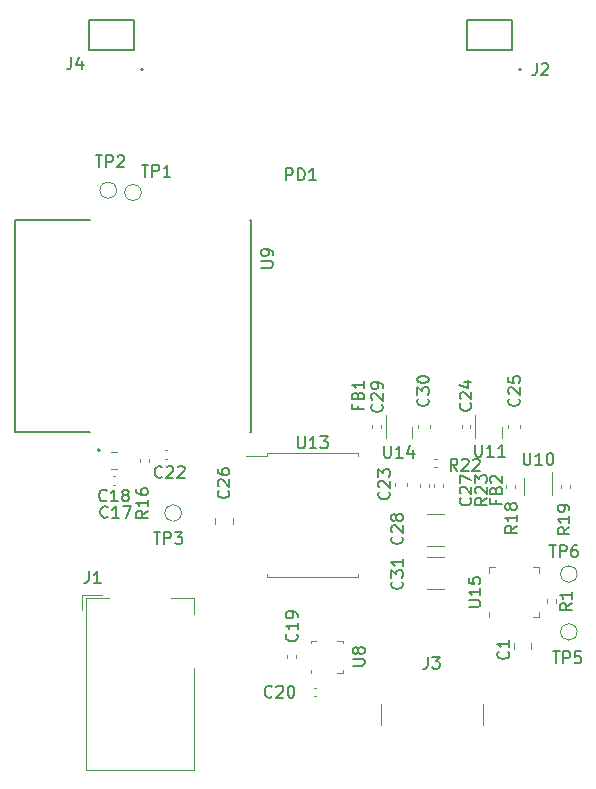
<source format=gbr>
%TF.GenerationSoftware,KiCad,Pcbnew,7.0.10*%
%TF.CreationDate,2024-03-09T04:50:20+08:00*%
%TF.ProjectId,ESP32Sensor-Sensor_board,45535033-3253-4656-9e73-6f722d53656e,rev?*%
%TF.SameCoordinates,Original*%
%TF.FileFunction,Legend,Top*%
%TF.FilePolarity,Positive*%
%FSLAX46Y46*%
G04 Gerber Fmt 4.6, Leading zero omitted, Abs format (unit mm)*
G04 Created by KiCad (PCBNEW 7.0.10) date 2024-03-09 04:50:20*
%MOMM*%
%LPD*%
G01*
G04 APERTURE LIST*
%ADD10C,0.150000*%
%ADD11C,0.120000*%
%ADD12C,0.200000*%
%ADD13C,0.127000*%
G04 APERTURE END LIST*
D10*
X155831009Y-104233333D02*
X155831009Y-104566666D01*
X156354819Y-104566666D02*
X155354819Y-104566666D01*
X155354819Y-104566666D02*
X155354819Y-104090476D01*
X155831009Y-103376190D02*
X155878628Y-103233333D01*
X155878628Y-103233333D02*
X155926247Y-103185714D01*
X155926247Y-103185714D02*
X156021485Y-103138095D01*
X156021485Y-103138095D02*
X156164342Y-103138095D01*
X156164342Y-103138095D02*
X156259580Y-103185714D01*
X156259580Y-103185714D02*
X156307200Y-103233333D01*
X156307200Y-103233333D02*
X156354819Y-103328571D01*
X156354819Y-103328571D02*
X156354819Y-103709523D01*
X156354819Y-103709523D02*
X155354819Y-103709523D01*
X155354819Y-103709523D02*
X155354819Y-103376190D01*
X155354819Y-103376190D02*
X155402438Y-103280952D01*
X155402438Y-103280952D02*
X155450057Y-103233333D01*
X155450057Y-103233333D02*
X155545295Y-103185714D01*
X155545295Y-103185714D02*
X155640533Y-103185714D01*
X155640533Y-103185714D02*
X155735771Y-103233333D01*
X155735771Y-103233333D02*
X155783390Y-103280952D01*
X155783390Y-103280952D02*
X155831009Y-103376190D01*
X155831009Y-103376190D02*
X155831009Y-103709523D01*
X156354819Y-102185714D02*
X156354819Y-102757142D01*
X156354819Y-102471428D02*
X155354819Y-102471428D01*
X155354819Y-102471428D02*
X155497676Y-102566666D01*
X155497676Y-102566666D02*
X155592914Y-102661904D01*
X155592914Y-102661904D02*
X155640533Y-102757142D01*
X134557142Y-112259580D02*
X134509523Y-112307200D01*
X134509523Y-112307200D02*
X134366666Y-112354819D01*
X134366666Y-112354819D02*
X134271428Y-112354819D01*
X134271428Y-112354819D02*
X134128571Y-112307200D01*
X134128571Y-112307200D02*
X134033333Y-112211961D01*
X134033333Y-112211961D02*
X133985714Y-112116723D01*
X133985714Y-112116723D02*
X133938095Y-111926247D01*
X133938095Y-111926247D02*
X133938095Y-111783390D01*
X133938095Y-111783390D02*
X133985714Y-111592914D01*
X133985714Y-111592914D02*
X134033333Y-111497676D01*
X134033333Y-111497676D02*
X134128571Y-111402438D01*
X134128571Y-111402438D02*
X134271428Y-111354819D01*
X134271428Y-111354819D02*
X134366666Y-111354819D01*
X134366666Y-111354819D02*
X134509523Y-111402438D01*
X134509523Y-111402438D02*
X134557142Y-111450057D01*
X135509523Y-112354819D02*
X134938095Y-112354819D01*
X135223809Y-112354819D02*
X135223809Y-111354819D01*
X135223809Y-111354819D02*
X135128571Y-111497676D01*
X135128571Y-111497676D02*
X135033333Y-111592914D01*
X135033333Y-111592914D02*
X134938095Y-111640533D01*
X136080952Y-111783390D02*
X135985714Y-111735771D01*
X135985714Y-111735771D02*
X135938095Y-111688152D01*
X135938095Y-111688152D02*
X135890476Y-111592914D01*
X135890476Y-111592914D02*
X135890476Y-111545295D01*
X135890476Y-111545295D02*
X135938095Y-111450057D01*
X135938095Y-111450057D02*
X135985714Y-111402438D01*
X135985714Y-111402438D02*
X136080952Y-111354819D01*
X136080952Y-111354819D02*
X136271428Y-111354819D01*
X136271428Y-111354819D02*
X136366666Y-111402438D01*
X136366666Y-111402438D02*
X136414285Y-111450057D01*
X136414285Y-111450057D02*
X136461904Y-111545295D01*
X136461904Y-111545295D02*
X136461904Y-111592914D01*
X136461904Y-111592914D02*
X136414285Y-111688152D01*
X136414285Y-111688152D02*
X136366666Y-111735771D01*
X136366666Y-111735771D02*
X136271428Y-111783390D01*
X136271428Y-111783390D02*
X136080952Y-111783390D01*
X136080952Y-111783390D02*
X135985714Y-111831009D01*
X135985714Y-111831009D02*
X135938095Y-111878628D01*
X135938095Y-111878628D02*
X135890476Y-111973866D01*
X135890476Y-111973866D02*
X135890476Y-112164342D01*
X135890476Y-112164342D02*
X135938095Y-112259580D01*
X135938095Y-112259580D02*
X135985714Y-112307200D01*
X135985714Y-112307200D02*
X136080952Y-112354819D01*
X136080952Y-112354819D02*
X136271428Y-112354819D01*
X136271428Y-112354819D02*
X136366666Y-112307200D01*
X136366666Y-112307200D02*
X136414285Y-112259580D01*
X136414285Y-112259580D02*
X136461904Y-112164342D01*
X136461904Y-112164342D02*
X136461904Y-111973866D01*
X136461904Y-111973866D02*
X136414285Y-111878628D01*
X136414285Y-111878628D02*
X136366666Y-111831009D01*
X136366666Y-111831009D02*
X136271428Y-111783390D01*
X172338095Y-125054819D02*
X172909523Y-125054819D01*
X172623809Y-126054819D02*
X172623809Y-125054819D01*
X173242857Y-126054819D02*
X173242857Y-125054819D01*
X173242857Y-125054819D02*
X173623809Y-125054819D01*
X173623809Y-125054819D02*
X173719047Y-125102438D01*
X173719047Y-125102438D02*
X173766666Y-125150057D01*
X173766666Y-125150057D02*
X173814285Y-125245295D01*
X173814285Y-125245295D02*
X173814285Y-125388152D01*
X173814285Y-125388152D02*
X173766666Y-125483390D01*
X173766666Y-125483390D02*
X173719047Y-125531009D01*
X173719047Y-125531009D02*
X173623809Y-125578628D01*
X173623809Y-125578628D02*
X173242857Y-125578628D01*
X174719047Y-125054819D02*
X174242857Y-125054819D01*
X174242857Y-125054819D02*
X174195238Y-125531009D01*
X174195238Y-125531009D02*
X174242857Y-125483390D01*
X174242857Y-125483390D02*
X174338095Y-125435771D01*
X174338095Y-125435771D02*
X174576190Y-125435771D01*
X174576190Y-125435771D02*
X174671428Y-125483390D01*
X174671428Y-125483390D02*
X174719047Y-125531009D01*
X174719047Y-125531009D02*
X174766666Y-125626247D01*
X174766666Y-125626247D02*
X174766666Y-125864342D01*
X174766666Y-125864342D02*
X174719047Y-125959580D01*
X174719047Y-125959580D02*
X174671428Y-126007200D01*
X174671428Y-126007200D02*
X174576190Y-126054819D01*
X174576190Y-126054819D02*
X174338095Y-126054819D01*
X174338095Y-126054819D02*
X174242857Y-126007200D01*
X174242857Y-126007200D02*
X174195238Y-125959580D01*
X168559580Y-125066666D02*
X168607200Y-125114285D01*
X168607200Y-125114285D02*
X168654819Y-125257142D01*
X168654819Y-125257142D02*
X168654819Y-125352380D01*
X168654819Y-125352380D02*
X168607200Y-125495237D01*
X168607200Y-125495237D02*
X168511961Y-125590475D01*
X168511961Y-125590475D02*
X168416723Y-125638094D01*
X168416723Y-125638094D02*
X168226247Y-125685713D01*
X168226247Y-125685713D02*
X168083390Y-125685713D01*
X168083390Y-125685713D02*
X167892914Y-125638094D01*
X167892914Y-125638094D02*
X167797676Y-125590475D01*
X167797676Y-125590475D02*
X167702438Y-125495237D01*
X167702438Y-125495237D02*
X167654819Y-125352380D01*
X167654819Y-125352380D02*
X167654819Y-125257142D01*
X167654819Y-125257142D02*
X167702438Y-125114285D01*
X167702438Y-125114285D02*
X167750057Y-125066666D01*
X168654819Y-124114285D02*
X168654819Y-124685713D01*
X168654819Y-124399999D02*
X167654819Y-124399999D01*
X167654819Y-124399999D02*
X167797676Y-124495237D01*
X167797676Y-124495237D02*
X167892914Y-124590475D01*
X167892914Y-124590475D02*
X167940533Y-124685713D01*
X173954819Y-120966666D02*
X173478628Y-121299999D01*
X173954819Y-121538094D02*
X172954819Y-121538094D01*
X172954819Y-121538094D02*
X172954819Y-121157142D01*
X172954819Y-121157142D02*
X173002438Y-121061904D01*
X173002438Y-121061904D02*
X173050057Y-121014285D01*
X173050057Y-121014285D02*
X173145295Y-120966666D01*
X173145295Y-120966666D02*
X173288152Y-120966666D01*
X173288152Y-120966666D02*
X173383390Y-121014285D01*
X173383390Y-121014285D02*
X173431009Y-121061904D01*
X173431009Y-121061904D02*
X173478628Y-121157142D01*
X173478628Y-121157142D02*
X173478628Y-121538094D01*
X173954819Y-120014285D02*
X173954819Y-120585713D01*
X173954819Y-120299999D02*
X172954819Y-120299999D01*
X172954819Y-120299999D02*
X173097676Y-120395237D01*
X173097676Y-120395237D02*
X173192914Y-120490475D01*
X173192914Y-120490475D02*
X173240533Y-120585713D01*
X169861905Y-108254819D02*
X169861905Y-109064342D01*
X169861905Y-109064342D02*
X169909524Y-109159580D01*
X169909524Y-109159580D02*
X169957143Y-109207200D01*
X169957143Y-109207200D02*
X170052381Y-109254819D01*
X170052381Y-109254819D02*
X170242857Y-109254819D01*
X170242857Y-109254819D02*
X170338095Y-109207200D01*
X170338095Y-109207200D02*
X170385714Y-109159580D01*
X170385714Y-109159580D02*
X170433333Y-109064342D01*
X170433333Y-109064342D02*
X170433333Y-108254819D01*
X171433333Y-109254819D02*
X170861905Y-109254819D01*
X171147619Y-109254819D02*
X171147619Y-108254819D01*
X171147619Y-108254819D02*
X171052381Y-108397676D01*
X171052381Y-108397676D02*
X170957143Y-108492914D01*
X170957143Y-108492914D02*
X170861905Y-108540533D01*
X172052381Y-108254819D02*
X172147619Y-108254819D01*
X172147619Y-108254819D02*
X172242857Y-108302438D01*
X172242857Y-108302438D02*
X172290476Y-108350057D01*
X172290476Y-108350057D02*
X172338095Y-108445295D01*
X172338095Y-108445295D02*
X172385714Y-108635771D01*
X172385714Y-108635771D02*
X172385714Y-108873866D01*
X172385714Y-108873866D02*
X172338095Y-109064342D01*
X172338095Y-109064342D02*
X172290476Y-109159580D01*
X172290476Y-109159580D02*
X172242857Y-109207200D01*
X172242857Y-109207200D02*
X172147619Y-109254819D01*
X172147619Y-109254819D02*
X172052381Y-109254819D01*
X172052381Y-109254819D02*
X171957143Y-109207200D01*
X171957143Y-109207200D02*
X171909524Y-109159580D01*
X171909524Y-109159580D02*
X171861905Y-109064342D01*
X171861905Y-109064342D02*
X171814286Y-108873866D01*
X171814286Y-108873866D02*
X171814286Y-108635771D01*
X171814286Y-108635771D02*
X171861905Y-108445295D01*
X171861905Y-108445295D02*
X171909524Y-108350057D01*
X171909524Y-108350057D02*
X171957143Y-108302438D01*
X171957143Y-108302438D02*
X172052381Y-108254819D01*
X158061905Y-107654819D02*
X158061905Y-108464342D01*
X158061905Y-108464342D02*
X158109524Y-108559580D01*
X158109524Y-108559580D02*
X158157143Y-108607200D01*
X158157143Y-108607200D02*
X158252381Y-108654819D01*
X158252381Y-108654819D02*
X158442857Y-108654819D01*
X158442857Y-108654819D02*
X158538095Y-108607200D01*
X158538095Y-108607200D02*
X158585714Y-108559580D01*
X158585714Y-108559580D02*
X158633333Y-108464342D01*
X158633333Y-108464342D02*
X158633333Y-107654819D01*
X159633333Y-108654819D02*
X159061905Y-108654819D01*
X159347619Y-108654819D02*
X159347619Y-107654819D01*
X159347619Y-107654819D02*
X159252381Y-107797676D01*
X159252381Y-107797676D02*
X159157143Y-107892914D01*
X159157143Y-107892914D02*
X159061905Y-107940533D01*
X160490476Y-107988152D02*
X160490476Y-108654819D01*
X160252381Y-107607200D02*
X160014286Y-108321485D01*
X160014286Y-108321485D02*
X160633333Y-108321485D01*
X169304819Y-114412857D02*
X168828628Y-114746190D01*
X169304819Y-114984285D02*
X168304819Y-114984285D01*
X168304819Y-114984285D02*
X168304819Y-114603333D01*
X168304819Y-114603333D02*
X168352438Y-114508095D01*
X168352438Y-114508095D02*
X168400057Y-114460476D01*
X168400057Y-114460476D02*
X168495295Y-114412857D01*
X168495295Y-114412857D02*
X168638152Y-114412857D01*
X168638152Y-114412857D02*
X168733390Y-114460476D01*
X168733390Y-114460476D02*
X168781009Y-114508095D01*
X168781009Y-114508095D02*
X168828628Y-114603333D01*
X168828628Y-114603333D02*
X168828628Y-114984285D01*
X169304819Y-113460476D02*
X169304819Y-114031904D01*
X169304819Y-113746190D02*
X168304819Y-113746190D01*
X168304819Y-113746190D02*
X168447676Y-113841428D01*
X168447676Y-113841428D02*
X168542914Y-113936666D01*
X168542914Y-113936666D02*
X168590533Y-114031904D01*
X168733390Y-112889047D02*
X168685771Y-112984285D01*
X168685771Y-112984285D02*
X168638152Y-113031904D01*
X168638152Y-113031904D02*
X168542914Y-113079523D01*
X168542914Y-113079523D02*
X168495295Y-113079523D01*
X168495295Y-113079523D02*
X168400057Y-113031904D01*
X168400057Y-113031904D02*
X168352438Y-112984285D01*
X168352438Y-112984285D02*
X168304819Y-112889047D01*
X168304819Y-112889047D02*
X168304819Y-112698571D01*
X168304819Y-112698571D02*
X168352438Y-112603333D01*
X168352438Y-112603333D02*
X168400057Y-112555714D01*
X168400057Y-112555714D02*
X168495295Y-112508095D01*
X168495295Y-112508095D02*
X168542914Y-112508095D01*
X168542914Y-112508095D02*
X168638152Y-112555714D01*
X168638152Y-112555714D02*
X168685771Y-112603333D01*
X168685771Y-112603333D02*
X168733390Y-112698571D01*
X168733390Y-112698571D02*
X168733390Y-112889047D01*
X168733390Y-112889047D02*
X168781009Y-112984285D01*
X168781009Y-112984285D02*
X168828628Y-113031904D01*
X168828628Y-113031904D02*
X168923866Y-113079523D01*
X168923866Y-113079523D02*
X169114342Y-113079523D01*
X169114342Y-113079523D02*
X169209580Y-113031904D01*
X169209580Y-113031904D02*
X169257200Y-112984285D01*
X169257200Y-112984285D02*
X169304819Y-112889047D01*
X169304819Y-112889047D02*
X169304819Y-112698571D01*
X169304819Y-112698571D02*
X169257200Y-112603333D01*
X169257200Y-112603333D02*
X169209580Y-112555714D01*
X169209580Y-112555714D02*
X169114342Y-112508095D01*
X169114342Y-112508095D02*
X168923866Y-112508095D01*
X168923866Y-112508095D02*
X168828628Y-112555714D01*
X168828628Y-112555714D02*
X168781009Y-112603333D01*
X168781009Y-112603333D02*
X168733390Y-112698571D01*
X137538095Y-83854819D02*
X138109523Y-83854819D01*
X137823809Y-84854819D02*
X137823809Y-83854819D01*
X138442857Y-84854819D02*
X138442857Y-83854819D01*
X138442857Y-83854819D02*
X138823809Y-83854819D01*
X138823809Y-83854819D02*
X138919047Y-83902438D01*
X138919047Y-83902438D02*
X138966666Y-83950057D01*
X138966666Y-83950057D02*
X139014285Y-84045295D01*
X139014285Y-84045295D02*
X139014285Y-84188152D01*
X139014285Y-84188152D02*
X138966666Y-84283390D01*
X138966666Y-84283390D02*
X138919047Y-84331009D01*
X138919047Y-84331009D02*
X138823809Y-84378628D01*
X138823809Y-84378628D02*
X138442857Y-84378628D01*
X139966666Y-84854819D02*
X139395238Y-84854819D01*
X139680952Y-84854819D02*
X139680952Y-83854819D01*
X139680952Y-83854819D02*
X139585714Y-83997676D01*
X139585714Y-83997676D02*
X139490476Y-84092914D01*
X139490476Y-84092914D02*
X139395238Y-84140533D01*
X165761905Y-107554819D02*
X165761905Y-108364342D01*
X165761905Y-108364342D02*
X165809524Y-108459580D01*
X165809524Y-108459580D02*
X165857143Y-108507200D01*
X165857143Y-108507200D02*
X165952381Y-108554819D01*
X165952381Y-108554819D02*
X166142857Y-108554819D01*
X166142857Y-108554819D02*
X166238095Y-108507200D01*
X166238095Y-108507200D02*
X166285714Y-108459580D01*
X166285714Y-108459580D02*
X166333333Y-108364342D01*
X166333333Y-108364342D02*
X166333333Y-107554819D01*
X167333333Y-108554819D02*
X166761905Y-108554819D01*
X167047619Y-108554819D02*
X167047619Y-107554819D01*
X167047619Y-107554819D02*
X166952381Y-107697676D01*
X166952381Y-107697676D02*
X166857143Y-107792914D01*
X166857143Y-107792914D02*
X166761905Y-107840533D01*
X168285714Y-108554819D02*
X167714286Y-108554819D01*
X168000000Y-108554819D02*
X168000000Y-107554819D01*
X168000000Y-107554819D02*
X167904762Y-107697676D01*
X167904762Y-107697676D02*
X167809524Y-107792914D01*
X167809524Y-107792914D02*
X167714286Y-107840533D01*
X164257142Y-109754819D02*
X163923809Y-109278628D01*
X163685714Y-109754819D02*
X163685714Y-108754819D01*
X163685714Y-108754819D02*
X164066666Y-108754819D01*
X164066666Y-108754819D02*
X164161904Y-108802438D01*
X164161904Y-108802438D02*
X164209523Y-108850057D01*
X164209523Y-108850057D02*
X164257142Y-108945295D01*
X164257142Y-108945295D02*
X164257142Y-109088152D01*
X164257142Y-109088152D02*
X164209523Y-109183390D01*
X164209523Y-109183390D02*
X164161904Y-109231009D01*
X164161904Y-109231009D02*
X164066666Y-109278628D01*
X164066666Y-109278628D02*
X163685714Y-109278628D01*
X164638095Y-108850057D02*
X164685714Y-108802438D01*
X164685714Y-108802438D02*
X164780952Y-108754819D01*
X164780952Y-108754819D02*
X165019047Y-108754819D01*
X165019047Y-108754819D02*
X165114285Y-108802438D01*
X165114285Y-108802438D02*
X165161904Y-108850057D01*
X165161904Y-108850057D02*
X165209523Y-108945295D01*
X165209523Y-108945295D02*
X165209523Y-109040533D01*
X165209523Y-109040533D02*
X165161904Y-109183390D01*
X165161904Y-109183390D02*
X164590476Y-109754819D01*
X164590476Y-109754819D02*
X165209523Y-109754819D01*
X165590476Y-108850057D02*
X165638095Y-108802438D01*
X165638095Y-108802438D02*
X165733333Y-108754819D01*
X165733333Y-108754819D02*
X165971428Y-108754819D01*
X165971428Y-108754819D02*
X166066666Y-108802438D01*
X166066666Y-108802438D02*
X166114285Y-108850057D01*
X166114285Y-108850057D02*
X166161904Y-108945295D01*
X166161904Y-108945295D02*
X166161904Y-109040533D01*
X166161904Y-109040533D02*
X166114285Y-109183390D01*
X166114285Y-109183390D02*
X165542857Y-109754819D01*
X165542857Y-109754819D02*
X166161904Y-109754819D01*
X157859580Y-104142857D02*
X157907200Y-104190476D01*
X157907200Y-104190476D02*
X157954819Y-104333333D01*
X157954819Y-104333333D02*
X157954819Y-104428571D01*
X157954819Y-104428571D02*
X157907200Y-104571428D01*
X157907200Y-104571428D02*
X157811961Y-104666666D01*
X157811961Y-104666666D02*
X157716723Y-104714285D01*
X157716723Y-104714285D02*
X157526247Y-104761904D01*
X157526247Y-104761904D02*
X157383390Y-104761904D01*
X157383390Y-104761904D02*
X157192914Y-104714285D01*
X157192914Y-104714285D02*
X157097676Y-104666666D01*
X157097676Y-104666666D02*
X157002438Y-104571428D01*
X157002438Y-104571428D02*
X156954819Y-104428571D01*
X156954819Y-104428571D02*
X156954819Y-104333333D01*
X156954819Y-104333333D02*
X157002438Y-104190476D01*
X157002438Y-104190476D02*
X157050057Y-104142857D01*
X157050057Y-103761904D02*
X157002438Y-103714285D01*
X157002438Y-103714285D02*
X156954819Y-103619047D01*
X156954819Y-103619047D02*
X156954819Y-103380952D01*
X156954819Y-103380952D02*
X157002438Y-103285714D01*
X157002438Y-103285714D02*
X157050057Y-103238095D01*
X157050057Y-103238095D02*
X157145295Y-103190476D01*
X157145295Y-103190476D02*
X157240533Y-103190476D01*
X157240533Y-103190476D02*
X157383390Y-103238095D01*
X157383390Y-103238095D02*
X157954819Y-103809523D01*
X157954819Y-103809523D02*
X157954819Y-103190476D01*
X157954819Y-102714285D02*
X157954819Y-102523809D01*
X157954819Y-102523809D02*
X157907200Y-102428571D01*
X157907200Y-102428571D02*
X157859580Y-102380952D01*
X157859580Y-102380952D02*
X157716723Y-102285714D01*
X157716723Y-102285714D02*
X157526247Y-102238095D01*
X157526247Y-102238095D02*
X157145295Y-102238095D01*
X157145295Y-102238095D02*
X157050057Y-102285714D01*
X157050057Y-102285714D02*
X157002438Y-102333333D01*
X157002438Y-102333333D02*
X156954819Y-102428571D01*
X156954819Y-102428571D02*
X156954819Y-102619047D01*
X156954819Y-102619047D02*
X157002438Y-102714285D01*
X157002438Y-102714285D02*
X157050057Y-102761904D01*
X157050057Y-102761904D02*
X157145295Y-102809523D01*
X157145295Y-102809523D02*
X157383390Y-102809523D01*
X157383390Y-102809523D02*
X157478628Y-102761904D01*
X157478628Y-102761904D02*
X157526247Y-102714285D01*
X157526247Y-102714285D02*
X157573866Y-102619047D01*
X157573866Y-102619047D02*
X157573866Y-102428571D01*
X157573866Y-102428571D02*
X157526247Y-102333333D01*
X157526247Y-102333333D02*
X157478628Y-102285714D01*
X157478628Y-102285714D02*
X157383390Y-102238095D01*
X155404819Y-126251904D02*
X156214342Y-126251904D01*
X156214342Y-126251904D02*
X156309580Y-126204285D01*
X156309580Y-126204285D02*
X156357200Y-126156666D01*
X156357200Y-126156666D02*
X156404819Y-126061428D01*
X156404819Y-126061428D02*
X156404819Y-125870952D01*
X156404819Y-125870952D02*
X156357200Y-125775714D01*
X156357200Y-125775714D02*
X156309580Y-125728095D01*
X156309580Y-125728095D02*
X156214342Y-125680476D01*
X156214342Y-125680476D02*
X155404819Y-125680476D01*
X155833390Y-125061428D02*
X155785771Y-125156666D01*
X155785771Y-125156666D02*
X155738152Y-125204285D01*
X155738152Y-125204285D02*
X155642914Y-125251904D01*
X155642914Y-125251904D02*
X155595295Y-125251904D01*
X155595295Y-125251904D02*
X155500057Y-125204285D01*
X155500057Y-125204285D02*
X155452438Y-125156666D01*
X155452438Y-125156666D02*
X155404819Y-125061428D01*
X155404819Y-125061428D02*
X155404819Y-124870952D01*
X155404819Y-124870952D02*
X155452438Y-124775714D01*
X155452438Y-124775714D02*
X155500057Y-124728095D01*
X155500057Y-124728095D02*
X155595295Y-124680476D01*
X155595295Y-124680476D02*
X155642914Y-124680476D01*
X155642914Y-124680476D02*
X155738152Y-124728095D01*
X155738152Y-124728095D02*
X155785771Y-124775714D01*
X155785771Y-124775714D02*
X155833390Y-124870952D01*
X155833390Y-124870952D02*
X155833390Y-125061428D01*
X155833390Y-125061428D02*
X155881009Y-125156666D01*
X155881009Y-125156666D02*
X155928628Y-125204285D01*
X155928628Y-125204285D02*
X156023866Y-125251904D01*
X156023866Y-125251904D02*
X156214342Y-125251904D01*
X156214342Y-125251904D02*
X156309580Y-125204285D01*
X156309580Y-125204285D02*
X156357200Y-125156666D01*
X156357200Y-125156666D02*
X156404819Y-125061428D01*
X156404819Y-125061428D02*
X156404819Y-124870952D01*
X156404819Y-124870952D02*
X156357200Y-124775714D01*
X156357200Y-124775714D02*
X156309580Y-124728095D01*
X156309580Y-124728095D02*
X156214342Y-124680476D01*
X156214342Y-124680476D02*
X156023866Y-124680476D01*
X156023866Y-124680476D02*
X155928628Y-124728095D01*
X155928628Y-124728095D02*
X155881009Y-124775714D01*
X155881009Y-124775714D02*
X155833390Y-124870952D01*
X170969166Y-75257319D02*
X170969166Y-75971604D01*
X170969166Y-75971604D02*
X170921547Y-76114461D01*
X170921547Y-76114461D02*
X170826309Y-76209700D01*
X170826309Y-76209700D02*
X170683452Y-76257319D01*
X170683452Y-76257319D02*
X170588214Y-76257319D01*
X171397738Y-75352557D02*
X171445357Y-75304938D01*
X171445357Y-75304938D02*
X171540595Y-75257319D01*
X171540595Y-75257319D02*
X171778690Y-75257319D01*
X171778690Y-75257319D02*
X171873928Y-75304938D01*
X171873928Y-75304938D02*
X171921547Y-75352557D01*
X171921547Y-75352557D02*
X171969166Y-75447795D01*
X171969166Y-75447795D02*
X171969166Y-75543033D01*
X171969166Y-75543033D02*
X171921547Y-75685890D01*
X171921547Y-75685890D02*
X171350119Y-76257319D01*
X171350119Y-76257319D02*
X171969166Y-76257319D01*
X139257142Y-110259580D02*
X139209523Y-110307200D01*
X139209523Y-110307200D02*
X139066666Y-110354819D01*
X139066666Y-110354819D02*
X138971428Y-110354819D01*
X138971428Y-110354819D02*
X138828571Y-110307200D01*
X138828571Y-110307200D02*
X138733333Y-110211961D01*
X138733333Y-110211961D02*
X138685714Y-110116723D01*
X138685714Y-110116723D02*
X138638095Y-109926247D01*
X138638095Y-109926247D02*
X138638095Y-109783390D01*
X138638095Y-109783390D02*
X138685714Y-109592914D01*
X138685714Y-109592914D02*
X138733333Y-109497676D01*
X138733333Y-109497676D02*
X138828571Y-109402438D01*
X138828571Y-109402438D02*
X138971428Y-109354819D01*
X138971428Y-109354819D02*
X139066666Y-109354819D01*
X139066666Y-109354819D02*
X139209523Y-109402438D01*
X139209523Y-109402438D02*
X139257142Y-109450057D01*
X139638095Y-109450057D02*
X139685714Y-109402438D01*
X139685714Y-109402438D02*
X139780952Y-109354819D01*
X139780952Y-109354819D02*
X140019047Y-109354819D01*
X140019047Y-109354819D02*
X140114285Y-109402438D01*
X140114285Y-109402438D02*
X140161904Y-109450057D01*
X140161904Y-109450057D02*
X140209523Y-109545295D01*
X140209523Y-109545295D02*
X140209523Y-109640533D01*
X140209523Y-109640533D02*
X140161904Y-109783390D01*
X140161904Y-109783390D02*
X139590476Y-110354819D01*
X139590476Y-110354819D02*
X140209523Y-110354819D01*
X140590476Y-109450057D02*
X140638095Y-109402438D01*
X140638095Y-109402438D02*
X140733333Y-109354819D01*
X140733333Y-109354819D02*
X140971428Y-109354819D01*
X140971428Y-109354819D02*
X141066666Y-109402438D01*
X141066666Y-109402438D02*
X141114285Y-109450057D01*
X141114285Y-109450057D02*
X141161904Y-109545295D01*
X141161904Y-109545295D02*
X141161904Y-109640533D01*
X141161904Y-109640533D02*
X141114285Y-109783390D01*
X141114285Y-109783390D02*
X140542857Y-110354819D01*
X140542857Y-110354819D02*
X141161904Y-110354819D01*
X169459580Y-103642857D02*
X169507200Y-103690476D01*
X169507200Y-103690476D02*
X169554819Y-103833333D01*
X169554819Y-103833333D02*
X169554819Y-103928571D01*
X169554819Y-103928571D02*
X169507200Y-104071428D01*
X169507200Y-104071428D02*
X169411961Y-104166666D01*
X169411961Y-104166666D02*
X169316723Y-104214285D01*
X169316723Y-104214285D02*
X169126247Y-104261904D01*
X169126247Y-104261904D02*
X168983390Y-104261904D01*
X168983390Y-104261904D02*
X168792914Y-104214285D01*
X168792914Y-104214285D02*
X168697676Y-104166666D01*
X168697676Y-104166666D02*
X168602438Y-104071428D01*
X168602438Y-104071428D02*
X168554819Y-103928571D01*
X168554819Y-103928571D02*
X168554819Y-103833333D01*
X168554819Y-103833333D02*
X168602438Y-103690476D01*
X168602438Y-103690476D02*
X168650057Y-103642857D01*
X168650057Y-103261904D02*
X168602438Y-103214285D01*
X168602438Y-103214285D02*
X168554819Y-103119047D01*
X168554819Y-103119047D02*
X168554819Y-102880952D01*
X168554819Y-102880952D02*
X168602438Y-102785714D01*
X168602438Y-102785714D02*
X168650057Y-102738095D01*
X168650057Y-102738095D02*
X168745295Y-102690476D01*
X168745295Y-102690476D02*
X168840533Y-102690476D01*
X168840533Y-102690476D02*
X168983390Y-102738095D01*
X168983390Y-102738095D02*
X169554819Y-103309523D01*
X169554819Y-103309523D02*
X169554819Y-102690476D01*
X168554819Y-101785714D02*
X168554819Y-102261904D01*
X168554819Y-102261904D02*
X169031009Y-102309523D01*
X169031009Y-102309523D02*
X168983390Y-102261904D01*
X168983390Y-102261904D02*
X168935771Y-102166666D01*
X168935771Y-102166666D02*
X168935771Y-101928571D01*
X168935771Y-101928571D02*
X168983390Y-101833333D01*
X168983390Y-101833333D02*
X169031009Y-101785714D01*
X169031009Y-101785714D02*
X169126247Y-101738095D01*
X169126247Y-101738095D02*
X169364342Y-101738095D01*
X169364342Y-101738095D02*
X169459580Y-101785714D01*
X169459580Y-101785714D02*
X169507200Y-101833333D01*
X169507200Y-101833333D02*
X169554819Y-101928571D01*
X169554819Y-101928571D02*
X169554819Y-102166666D01*
X169554819Y-102166666D02*
X169507200Y-102261904D01*
X169507200Y-102261904D02*
X169459580Y-102309523D01*
X138538095Y-114954819D02*
X139109523Y-114954819D01*
X138823809Y-115954819D02*
X138823809Y-114954819D01*
X139442857Y-115954819D02*
X139442857Y-114954819D01*
X139442857Y-114954819D02*
X139823809Y-114954819D01*
X139823809Y-114954819D02*
X139919047Y-115002438D01*
X139919047Y-115002438D02*
X139966666Y-115050057D01*
X139966666Y-115050057D02*
X140014285Y-115145295D01*
X140014285Y-115145295D02*
X140014285Y-115288152D01*
X140014285Y-115288152D02*
X139966666Y-115383390D01*
X139966666Y-115383390D02*
X139919047Y-115431009D01*
X139919047Y-115431009D02*
X139823809Y-115478628D01*
X139823809Y-115478628D02*
X139442857Y-115478628D01*
X140347619Y-114954819D02*
X140966666Y-114954819D01*
X140966666Y-114954819D02*
X140633333Y-115335771D01*
X140633333Y-115335771D02*
X140776190Y-115335771D01*
X140776190Y-115335771D02*
X140871428Y-115383390D01*
X140871428Y-115383390D02*
X140919047Y-115431009D01*
X140919047Y-115431009D02*
X140966666Y-115526247D01*
X140966666Y-115526247D02*
X140966666Y-115764342D01*
X140966666Y-115764342D02*
X140919047Y-115859580D01*
X140919047Y-115859580D02*
X140871428Y-115907200D01*
X140871428Y-115907200D02*
X140776190Y-115954819D01*
X140776190Y-115954819D02*
X140490476Y-115954819D01*
X140490476Y-115954819D02*
X140395238Y-115907200D01*
X140395238Y-115907200D02*
X140347619Y-115859580D01*
X167531009Y-112233333D02*
X167531009Y-112566666D01*
X168054819Y-112566666D02*
X167054819Y-112566666D01*
X167054819Y-112566666D02*
X167054819Y-112090476D01*
X167531009Y-111376190D02*
X167578628Y-111233333D01*
X167578628Y-111233333D02*
X167626247Y-111185714D01*
X167626247Y-111185714D02*
X167721485Y-111138095D01*
X167721485Y-111138095D02*
X167864342Y-111138095D01*
X167864342Y-111138095D02*
X167959580Y-111185714D01*
X167959580Y-111185714D02*
X168007200Y-111233333D01*
X168007200Y-111233333D02*
X168054819Y-111328571D01*
X168054819Y-111328571D02*
X168054819Y-111709523D01*
X168054819Y-111709523D02*
X167054819Y-111709523D01*
X167054819Y-111709523D02*
X167054819Y-111376190D01*
X167054819Y-111376190D02*
X167102438Y-111280952D01*
X167102438Y-111280952D02*
X167150057Y-111233333D01*
X167150057Y-111233333D02*
X167245295Y-111185714D01*
X167245295Y-111185714D02*
X167340533Y-111185714D01*
X167340533Y-111185714D02*
X167435771Y-111233333D01*
X167435771Y-111233333D02*
X167483390Y-111280952D01*
X167483390Y-111280952D02*
X167531009Y-111376190D01*
X167531009Y-111376190D02*
X167531009Y-111709523D01*
X167150057Y-110757142D02*
X167102438Y-110709523D01*
X167102438Y-110709523D02*
X167054819Y-110614285D01*
X167054819Y-110614285D02*
X167054819Y-110376190D01*
X167054819Y-110376190D02*
X167102438Y-110280952D01*
X167102438Y-110280952D02*
X167150057Y-110233333D01*
X167150057Y-110233333D02*
X167245295Y-110185714D01*
X167245295Y-110185714D02*
X167340533Y-110185714D01*
X167340533Y-110185714D02*
X167483390Y-110233333D01*
X167483390Y-110233333D02*
X168054819Y-110804761D01*
X168054819Y-110804761D02*
X168054819Y-110185714D01*
X148559642Y-128859580D02*
X148512023Y-128907200D01*
X148512023Y-128907200D02*
X148369166Y-128954819D01*
X148369166Y-128954819D02*
X148273928Y-128954819D01*
X148273928Y-128954819D02*
X148131071Y-128907200D01*
X148131071Y-128907200D02*
X148035833Y-128811961D01*
X148035833Y-128811961D02*
X147988214Y-128716723D01*
X147988214Y-128716723D02*
X147940595Y-128526247D01*
X147940595Y-128526247D02*
X147940595Y-128383390D01*
X147940595Y-128383390D02*
X147988214Y-128192914D01*
X147988214Y-128192914D02*
X148035833Y-128097676D01*
X148035833Y-128097676D02*
X148131071Y-128002438D01*
X148131071Y-128002438D02*
X148273928Y-127954819D01*
X148273928Y-127954819D02*
X148369166Y-127954819D01*
X148369166Y-127954819D02*
X148512023Y-128002438D01*
X148512023Y-128002438D02*
X148559642Y-128050057D01*
X148940595Y-128050057D02*
X148988214Y-128002438D01*
X148988214Y-128002438D02*
X149083452Y-127954819D01*
X149083452Y-127954819D02*
X149321547Y-127954819D01*
X149321547Y-127954819D02*
X149416785Y-128002438D01*
X149416785Y-128002438D02*
X149464404Y-128050057D01*
X149464404Y-128050057D02*
X149512023Y-128145295D01*
X149512023Y-128145295D02*
X149512023Y-128240533D01*
X149512023Y-128240533D02*
X149464404Y-128383390D01*
X149464404Y-128383390D02*
X148892976Y-128954819D01*
X148892976Y-128954819D02*
X149512023Y-128954819D01*
X150131071Y-127954819D02*
X150226309Y-127954819D01*
X150226309Y-127954819D02*
X150321547Y-128002438D01*
X150321547Y-128002438D02*
X150369166Y-128050057D01*
X150369166Y-128050057D02*
X150416785Y-128145295D01*
X150416785Y-128145295D02*
X150464404Y-128335771D01*
X150464404Y-128335771D02*
X150464404Y-128573866D01*
X150464404Y-128573866D02*
X150416785Y-128764342D01*
X150416785Y-128764342D02*
X150369166Y-128859580D01*
X150369166Y-128859580D02*
X150321547Y-128907200D01*
X150321547Y-128907200D02*
X150226309Y-128954819D01*
X150226309Y-128954819D02*
X150131071Y-128954819D01*
X150131071Y-128954819D02*
X150035833Y-128907200D01*
X150035833Y-128907200D02*
X149988214Y-128859580D01*
X149988214Y-128859580D02*
X149940595Y-128764342D01*
X149940595Y-128764342D02*
X149892976Y-128573866D01*
X149892976Y-128573866D02*
X149892976Y-128335771D01*
X149892976Y-128335771D02*
X149940595Y-128145295D01*
X149940595Y-128145295D02*
X149988214Y-128050057D01*
X149988214Y-128050057D02*
X150035833Y-128002438D01*
X150035833Y-128002438D02*
X150131071Y-127954819D01*
X173754819Y-114542857D02*
X173278628Y-114876190D01*
X173754819Y-115114285D02*
X172754819Y-115114285D01*
X172754819Y-115114285D02*
X172754819Y-114733333D01*
X172754819Y-114733333D02*
X172802438Y-114638095D01*
X172802438Y-114638095D02*
X172850057Y-114590476D01*
X172850057Y-114590476D02*
X172945295Y-114542857D01*
X172945295Y-114542857D02*
X173088152Y-114542857D01*
X173088152Y-114542857D02*
X173183390Y-114590476D01*
X173183390Y-114590476D02*
X173231009Y-114638095D01*
X173231009Y-114638095D02*
X173278628Y-114733333D01*
X173278628Y-114733333D02*
X173278628Y-115114285D01*
X173754819Y-113590476D02*
X173754819Y-114161904D01*
X173754819Y-113876190D02*
X172754819Y-113876190D01*
X172754819Y-113876190D02*
X172897676Y-113971428D01*
X172897676Y-113971428D02*
X172992914Y-114066666D01*
X172992914Y-114066666D02*
X173040533Y-114161904D01*
X173754819Y-113114285D02*
X173754819Y-112923809D01*
X173754819Y-112923809D02*
X173707200Y-112828571D01*
X173707200Y-112828571D02*
X173659580Y-112780952D01*
X173659580Y-112780952D02*
X173516723Y-112685714D01*
X173516723Y-112685714D02*
X173326247Y-112638095D01*
X173326247Y-112638095D02*
X172945295Y-112638095D01*
X172945295Y-112638095D02*
X172850057Y-112685714D01*
X172850057Y-112685714D02*
X172802438Y-112733333D01*
X172802438Y-112733333D02*
X172754819Y-112828571D01*
X172754819Y-112828571D02*
X172754819Y-113019047D01*
X172754819Y-113019047D02*
X172802438Y-113114285D01*
X172802438Y-113114285D02*
X172850057Y-113161904D01*
X172850057Y-113161904D02*
X172945295Y-113209523D01*
X172945295Y-113209523D02*
X173183390Y-113209523D01*
X173183390Y-113209523D02*
X173278628Y-113161904D01*
X173278628Y-113161904D02*
X173326247Y-113114285D01*
X173326247Y-113114285D02*
X173373866Y-113019047D01*
X173373866Y-113019047D02*
X173373866Y-112828571D01*
X173373866Y-112828571D02*
X173326247Y-112733333D01*
X173326247Y-112733333D02*
X173278628Y-112685714D01*
X173278628Y-112685714D02*
X173183390Y-112638095D01*
X165204819Y-121288094D02*
X166014342Y-121288094D01*
X166014342Y-121288094D02*
X166109580Y-121240475D01*
X166109580Y-121240475D02*
X166157200Y-121192856D01*
X166157200Y-121192856D02*
X166204819Y-121097618D01*
X166204819Y-121097618D02*
X166204819Y-120907142D01*
X166204819Y-120907142D02*
X166157200Y-120811904D01*
X166157200Y-120811904D02*
X166109580Y-120764285D01*
X166109580Y-120764285D02*
X166014342Y-120716666D01*
X166014342Y-120716666D02*
X165204819Y-120716666D01*
X166204819Y-119716666D02*
X166204819Y-120288094D01*
X166204819Y-120002380D02*
X165204819Y-120002380D01*
X165204819Y-120002380D02*
X165347676Y-120097618D01*
X165347676Y-120097618D02*
X165442914Y-120192856D01*
X165442914Y-120192856D02*
X165490533Y-120288094D01*
X165204819Y-118811904D02*
X165204819Y-119288094D01*
X165204819Y-119288094D02*
X165681009Y-119335713D01*
X165681009Y-119335713D02*
X165633390Y-119288094D01*
X165633390Y-119288094D02*
X165585771Y-119192856D01*
X165585771Y-119192856D02*
X165585771Y-118954761D01*
X165585771Y-118954761D02*
X165633390Y-118859523D01*
X165633390Y-118859523D02*
X165681009Y-118811904D01*
X165681009Y-118811904D02*
X165776247Y-118764285D01*
X165776247Y-118764285D02*
X166014342Y-118764285D01*
X166014342Y-118764285D02*
X166109580Y-118811904D01*
X166109580Y-118811904D02*
X166157200Y-118859523D01*
X166157200Y-118859523D02*
X166204819Y-118954761D01*
X166204819Y-118954761D02*
X166204819Y-119192856D01*
X166204819Y-119192856D02*
X166157200Y-119288094D01*
X166157200Y-119288094D02*
X166109580Y-119335713D01*
X149761905Y-85154819D02*
X149761905Y-84154819D01*
X149761905Y-84154819D02*
X150142857Y-84154819D01*
X150142857Y-84154819D02*
X150238095Y-84202438D01*
X150238095Y-84202438D02*
X150285714Y-84250057D01*
X150285714Y-84250057D02*
X150333333Y-84345295D01*
X150333333Y-84345295D02*
X150333333Y-84488152D01*
X150333333Y-84488152D02*
X150285714Y-84583390D01*
X150285714Y-84583390D02*
X150238095Y-84631009D01*
X150238095Y-84631009D02*
X150142857Y-84678628D01*
X150142857Y-84678628D02*
X149761905Y-84678628D01*
X150761905Y-85154819D02*
X150761905Y-84154819D01*
X150761905Y-84154819D02*
X151000000Y-84154819D01*
X151000000Y-84154819D02*
X151142857Y-84202438D01*
X151142857Y-84202438D02*
X151238095Y-84297676D01*
X151238095Y-84297676D02*
X151285714Y-84392914D01*
X151285714Y-84392914D02*
X151333333Y-84583390D01*
X151333333Y-84583390D02*
X151333333Y-84726247D01*
X151333333Y-84726247D02*
X151285714Y-84916723D01*
X151285714Y-84916723D02*
X151238095Y-85011961D01*
X151238095Y-85011961D02*
X151142857Y-85107200D01*
X151142857Y-85107200D02*
X151000000Y-85154819D01*
X151000000Y-85154819D02*
X150761905Y-85154819D01*
X152285714Y-85154819D02*
X151714286Y-85154819D01*
X152000000Y-85154819D02*
X152000000Y-84154819D01*
X152000000Y-84154819D02*
X151904762Y-84297676D01*
X151904762Y-84297676D02*
X151809524Y-84392914D01*
X151809524Y-84392914D02*
X151714286Y-84440533D01*
X165359580Y-112042857D02*
X165407200Y-112090476D01*
X165407200Y-112090476D02*
X165454819Y-112233333D01*
X165454819Y-112233333D02*
X165454819Y-112328571D01*
X165454819Y-112328571D02*
X165407200Y-112471428D01*
X165407200Y-112471428D02*
X165311961Y-112566666D01*
X165311961Y-112566666D02*
X165216723Y-112614285D01*
X165216723Y-112614285D02*
X165026247Y-112661904D01*
X165026247Y-112661904D02*
X164883390Y-112661904D01*
X164883390Y-112661904D02*
X164692914Y-112614285D01*
X164692914Y-112614285D02*
X164597676Y-112566666D01*
X164597676Y-112566666D02*
X164502438Y-112471428D01*
X164502438Y-112471428D02*
X164454819Y-112328571D01*
X164454819Y-112328571D02*
X164454819Y-112233333D01*
X164454819Y-112233333D02*
X164502438Y-112090476D01*
X164502438Y-112090476D02*
X164550057Y-112042857D01*
X164550057Y-111661904D02*
X164502438Y-111614285D01*
X164502438Y-111614285D02*
X164454819Y-111519047D01*
X164454819Y-111519047D02*
X164454819Y-111280952D01*
X164454819Y-111280952D02*
X164502438Y-111185714D01*
X164502438Y-111185714D02*
X164550057Y-111138095D01*
X164550057Y-111138095D02*
X164645295Y-111090476D01*
X164645295Y-111090476D02*
X164740533Y-111090476D01*
X164740533Y-111090476D02*
X164883390Y-111138095D01*
X164883390Y-111138095D02*
X165454819Y-111709523D01*
X165454819Y-111709523D02*
X165454819Y-111090476D01*
X164454819Y-110757142D02*
X164454819Y-110090476D01*
X164454819Y-110090476D02*
X165454819Y-110519047D01*
X138054819Y-113142857D02*
X137578628Y-113476190D01*
X138054819Y-113714285D02*
X137054819Y-113714285D01*
X137054819Y-113714285D02*
X137054819Y-113333333D01*
X137054819Y-113333333D02*
X137102438Y-113238095D01*
X137102438Y-113238095D02*
X137150057Y-113190476D01*
X137150057Y-113190476D02*
X137245295Y-113142857D01*
X137245295Y-113142857D02*
X137388152Y-113142857D01*
X137388152Y-113142857D02*
X137483390Y-113190476D01*
X137483390Y-113190476D02*
X137531009Y-113238095D01*
X137531009Y-113238095D02*
X137578628Y-113333333D01*
X137578628Y-113333333D02*
X137578628Y-113714285D01*
X138054819Y-112190476D02*
X138054819Y-112761904D01*
X138054819Y-112476190D02*
X137054819Y-112476190D01*
X137054819Y-112476190D02*
X137197676Y-112571428D01*
X137197676Y-112571428D02*
X137292914Y-112666666D01*
X137292914Y-112666666D02*
X137340533Y-112761904D01*
X137054819Y-111333333D02*
X137054819Y-111523809D01*
X137054819Y-111523809D02*
X137102438Y-111619047D01*
X137102438Y-111619047D02*
X137150057Y-111666666D01*
X137150057Y-111666666D02*
X137292914Y-111761904D01*
X137292914Y-111761904D02*
X137483390Y-111809523D01*
X137483390Y-111809523D02*
X137864342Y-111809523D01*
X137864342Y-111809523D02*
X137959580Y-111761904D01*
X137959580Y-111761904D02*
X138007200Y-111714285D01*
X138007200Y-111714285D02*
X138054819Y-111619047D01*
X138054819Y-111619047D02*
X138054819Y-111428571D01*
X138054819Y-111428571D02*
X138007200Y-111333333D01*
X138007200Y-111333333D02*
X137959580Y-111285714D01*
X137959580Y-111285714D02*
X137864342Y-111238095D01*
X137864342Y-111238095D02*
X137626247Y-111238095D01*
X137626247Y-111238095D02*
X137531009Y-111285714D01*
X137531009Y-111285714D02*
X137483390Y-111333333D01*
X137483390Y-111333333D02*
X137435771Y-111428571D01*
X137435771Y-111428571D02*
X137435771Y-111619047D01*
X137435771Y-111619047D02*
X137483390Y-111714285D01*
X137483390Y-111714285D02*
X137531009Y-111761904D01*
X137531009Y-111761904D02*
X137626247Y-111809523D01*
X158459580Y-111542857D02*
X158507200Y-111590476D01*
X158507200Y-111590476D02*
X158554819Y-111733333D01*
X158554819Y-111733333D02*
X158554819Y-111828571D01*
X158554819Y-111828571D02*
X158507200Y-111971428D01*
X158507200Y-111971428D02*
X158411961Y-112066666D01*
X158411961Y-112066666D02*
X158316723Y-112114285D01*
X158316723Y-112114285D02*
X158126247Y-112161904D01*
X158126247Y-112161904D02*
X157983390Y-112161904D01*
X157983390Y-112161904D02*
X157792914Y-112114285D01*
X157792914Y-112114285D02*
X157697676Y-112066666D01*
X157697676Y-112066666D02*
X157602438Y-111971428D01*
X157602438Y-111971428D02*
X157554819Y-111828571D01*
X157554819Y-111828571D02*
X157554819Y-111733333D01*
X157554819Y-111733333D02*
X157602438Y-111590476D01*
X157602438Y-111590476D02*
X157650057Y-111542857D01*
X157650057Y-111161904D02*
X157602438Y-111114285D01*
X157602438Y-111114285D02*
X157554819Y-111019047D01*
X157554819Y-111019047D02*
X157554819Y-110780952D01*
X157554819Y-110780952D02*
X157602438Y-110685714D01*
X157602438Y-110685714D02*
X157650057Y-110638095D01*
X157650057Y-110638095D02*
X157745295Y-110590476D01*
X157745295Y-110590476D02*
X157840533Y-110590476D01*
X157840533Y-110590476D02*
X157983390Y-110638095D01*
X157983390Y-110638095D02*
X158554819Y-111209523D01*
X158554819Y-111209523D02*
X158554819Y-110590476D01*
X157554819Y-110257142D02*
X157554819Y-109638095D01*
X157554819Y-109638095D02*
X157935771Y-109971428D01*
X157935771Y-109971428D02*
X157935771Y-109828571D01*
X157935771Y-109828571D02*
X157983390Y-109733333D01*
X157983390Y-109733333D02*
X158031009Y-109685714D01*
X158031009Y-109685714D02*
X158126247Y-109638095D01*
X158126247Y-109638095D02*
X158364342Y-109638095D01*
X158364342Y-109638095D02*
X158459580Y-109685714D01*
X158459580Y-109685714D02*
X158507200Y-109733333D01*
X158507200Y-109733333D02*
X158554819Y-109828571D01*
X158554819Y-109828571D02*
X158554819Y-110114285D01*
X158554819Y-110114285D02*
X158507200Y-110209523D01*
X158507200Y-110209523D02*
X158459580Y-110257142D01*
X144859580Y-111442857D02*
X144907200Y-111490476D01*
X144907200Y-111490476D02*
X144954819Y-111633333D01*
X144954819Y-111633333D02*
X144954819Y-111728571D01*
X144954819Y-111728571D02*
X144907200Y-111871428D01*
X144907200Y-111871428D02*
X144811961Y-111966666D01*
X144811961Y-111966666D02*
X144716723Y-112014285D01*
X144716723Y-112014285D02*
X144526247Y-112061904D01*
X144526247Y-112061904D02*
X144383390Y-112061904D01*
X144383390Y-112061904D02*
X144192914Y-112014285D01*
X144192914Y-112014285D02*
X144097676Y-111966666D01*
X144097676Y-111966666D02*
X144002438Y-111871428D01*
X144002438Y-111871428D02*
X143954819Y-111728571D01*
X143954819Y-111728571D02*
X143954819Y-111633333D01*
X143954819Y-111633333D02*
X144002438Y-111490476D01*
X144002438Y-111490476D02*
X144050057Y-111442857D01*
X144050057Y-111061904D02*
X144002438Y-111014285D01*
X144002438Y-111014285D02*
X143954819Y-110919047D01*
X143954819Y-110919047D02*
X143954819Y-110680952D01*
X143954819Y-110680952D02*
X144002438Y-110585714D01*
X144002438Y-110585714D02*
X144050057Y-110538095D01*
X144050057Y-110538095D02*
X144145295Y-110490476D01*
X144145295Y-110490476D02*
X144240533Y-110490476D01*
X144240533Y-110490476D02*
X144383390Y-110538095D01*
X144383390Y-110538095D02*
X144954819Y-111109523D01*
X144954819Y-111109523D02*
X144954819Y-110490476D01*
X143954819Y-109633333D02*
X143954819Y-109823809D01*
X143954819Y-109823809D02*
X144002438Y-109919047D01*
X144002438Y-109919047D02*
X144050057Y-109966666D01*
X144050057Y-109966666D02*
X144192914Y-110061904D01*
X144192914Y-110061904D02*
X144383390Y-110109523D01*
X144383390Y-110109523D02*
X144764342Y-110109523D01*
X144764342Y-110109523D02*
X144859580Y-110061904D01*
X144859580Y-110061904D02*
X144907200Y-110014285D01*
X144907200Y-110014285D02*
X144954819Y-109919047D01*
X144954819Y-109919047D02*
X144954819Y-109728571D01*
X144954819Y-109728571D02*
X144907200Y-109633333D01*
X144907200Y-109633333D02*
X144859580Y-109585714D01*
X144859580Y-109585714D02*
X144764342Y-109538095D01*
X144764342Y-109538095D02*
X144526247Y-109538095D01*
X144526247Y-109538095D02*
X144431009Y-109585714D01*
X144431009Y-109585714D02*
X144383390Y-109633333D01*
X144383390Y-109633333D02*
X144335771Y-109728571D01*
X144335771Y-109728571D02*
X144335771Y-109919047D01*
X144335771Y-109919047D02*
X144383390Y-110014285D01*
X144383390Y-110014285D02*
X144431009Y-110061904D01*
X144431009Y-110061904D02*
X144526247Y-110109523D01*
X165359580Y-104042857D02*
X165407200Y-104090476D01*
X165407200Y-104090476D02*
X165454819Y-104233333D01*
X165454819Y-104233333D02*
X165454819Y-104328571D01*
X165454819Y-104328571D02*
X165407200Y-104471428D01*
X165407200Y-104471428D02*
X165311961Y-104566666D01*
X165311961Y-104566666D02*
X165216723Y-104614285D01*
X165216723Y-104614285D02*
X165026247Y-104661904D01*
X165026247Y-104661904D02*
X164883390Y-104661904D01*
X164883390Y-104661904D02*
X164692914Y-104614285D01*
X164692914Y-104614285D02*
X164597676Y-104566666D01*
X164597676Y-104566666D02*
X164502438Y-104471428D01*
X164502438Y-104471428D02*
X164454819Y-104328571D01*
X164454819Y-104328571D02*
X164454819Y-104233333D01*
X164454819Y-104233333D02*
X164502438Y-104090476D01*
X164502438Y-104090476D02*
X164550057Y-104042857D01*
X164550057Y-103661904D02*
X164502438Y-103614285D01*
X164502438Y-103614285D02*
X164454819Y-103519047D01*
X164454819Y-103519047D02*
X164454819Y-103280952D01*
X164454819Y-103280952D02*
X164502438Y-103185714D01*
X164502438Y-103185714D02*
X164550057Y-103138095D01*
X164550057Y-103138095D02*
X164645295Y-103090476D01*
X164645295Y-103090476D02*
X164740533Y-103090476D01*
X164740533Y-103090476D02*
X164883390Y-103138095D01*
X164883390Y-103138095D02*
X165454819Y-103709523D01*
X165454819Y-103709523D02*
X165454819Y-103090476D01*
X164788152Y-102233333D02*
X165454819Y-102233333D01*
X164407200Y-102471428D02*
X165121485Y-102709523D01*
X165121485Y-102709523D02*
X165121485Y-102090476D01*
X133638095Y-83054819D02*
X134209523Y-83054819D01*
X133923809Y-84054819D02*
X133923809Y-83054819D01*
X134542857Y-84054819D02*
X134542857Y-83054819D01*
X134542857Y-83054819D02*
X134923809Y-83054819D01*
X134923809Y-83054819D02*
X135019047Y-83102438D01*
X135019047Y-83102438D02*
X135066666Y-83150057D01*
X135066666Y-83150057D02*
X135114285Y-83245295D01*
X135114285Y-83245295D02*
X135114285Y-83388152D01*
X135114285Y-83388152D02*
X135066666Y-83483390D01*
X135066666Y-83483390D02*
X135019047Y-83531009D01*
X135019047Y-83531009D02*
X134923809Y-83578628D01*
X134923809Y-83578628D02*
X134542857Y-83578628D01*
X135495238Y-83150057D02*
X135542857Y-83102438D01*
X135542857Y-83102438D02*
X135638095Y-83054819D01*
X135638095Y-83054819D02*
X135876190Y-83054819D01*
X135876190Y-83054819D02*
X135971428Y-83102438D01*
X135971428Y-83102438D02*
X136019047Y-83150057D01*
X136019047Y-83150057D02*
X136066666Y-83245295D01*
X136066666Y-83245295D02*
X136066666Y-83340533D01*
X136066666Y-83340533D02*
X136019047Y-83483390D01*
X136019047Y-83483390D02*
X135447619Y-84054819D01*
X135447619Y-84054819D02*
X136066666Y-84054819D01*
X161766666Y-125504819D02*
X161766666Y-126219104D01*
X161766666Y-126219104D02*
X161719047Y-126361961D01*
X161719047Y-126361961D02*
X161623809Y-126457200D01*
X161623809Y-126457200D02*
X161480952Y-126504819D01*
X161480952Y-126504819D02*
X161385714Y-126504819D01*
X162147619Y-125504819D02*
X162766666Y-125504819D01*
X162766666Y-125504819D02*
X162433333Y-125885771D01*
X162433333Y-125885771D02*
X162576190Y-125885771D01*
X162576190Y-125885771D02*
X162671428Y-125933390D01*
X162671428Y-125933390D02*
X162719047Y-125981009D01*
X162719047Y-125981009D02*
X162766666Y-126076247D01*
X162766666Y-126076247D02*
X162766666Y-126314342D01*
X162766666Y-126314342D02*
X162719047Y-126409580D01*
X162719047Y-126409580D02*
X162671428Y-126457200D01*
X162671428Y-126457200D02*
X162576190Y-126504819D01*
X162576190Y-126504819D02*
X162290476Y-126504819D01*
X162290476Y-126504819D02*
X162195238Y-126457200D01*
X162195238Y-126457200D02*
X162147619Y-126409580D01*
X133066666Y-118254819D02*
X133066666Y-118969104D01*
X133066666Y-118969104D02*
X133019047Y-119111961D01*
X133019047Y-119111961D02*
X132923809Y-119207200D01*
X132923809Y-119207200D02*
X132780952Y-119254819D01*
X132780952Y-119254819D02*
X132685714Y-119254819D01*
X134066666Y-119254819D02*
X133495238Y-119254819D01*
X133780952Y-119254819D02*
X133780952Y-118254819D01*
X133780952Y-118254819D02*
X133685714Y-118397676D01*
X133685714Y-118397676D02*
X133590476Y-118492914D01*
X133590476Y-118492914D02*
X133495238Y-118540533D01*
X150761905Y-106854819D02*
X150761905Y-107664342D01*
X150761905Y-107664342D02*
X150809524Y-107759580D01*
X150809524Y-107759580D02*
X150857143Y-107807200D01*
X150857143Y-107807200D02*
X150952381Y-107854819D01*
X150952381Y-107854819D02*
X151142857Y-107854819D01*
X151142857Y-107854819D02*
X151238095Y-107807200D01*
X151238095Y-107807200D02*
X151285714Y-107759580D01*
X151285714Y-107759580D02*
X151333333Y-107664342D01*
X151333333Y-107664342D02*
X151333333Y-106854819D01*
X152333333Y-107854819D02*
X151761905Y-107854819D01*
X152047619Y-107854819D02*
X152047619Y-106854819D01*
X152047619Y-106854819D02*
X151952381Y-106997676D01*
X151952381Y-106997676D02*
X151857143Y-107092914D01*
X151857143Y-107092914D02*
X151761905Y-107140533D01*
X152666667Y-106854819D02*
X153285714Y-106854819D01*
X153285714Y-106854819D02*
X152952381Y-107235771D01*
X152952381Y-107235771D02*
X153095238Y-107235771D01*
X153095238Y-107235771D02*
X153190476Y-107283390D01*
X153190476Y-107283390D02*
X153238095Y-107331009D01*
X153238095Y-107331009D02*
X153285714Y-107426247D01*
X153285714Y-107426247D02*
X153285714Y-107664342D01*
X153285714Y-107664342D02*
X153238095Y-107759580D01*
X153238095Y-107759580D02*
X153190476Y-107807200D01*
X153190476Y-107807200D02*
X153095238Y-107854819D01*
X153095238Y-107854819D02*
X152809524Y-107854819D01*
X152809524Y-107854819D02*
X152714286Y-107807200D01*
X152714286Y-107807200D02*
X152666667Y-107759580D01*
X159559580Y-115342857D02*
X159607200Y-115390476D01*
X159607200Y-115390476D02*
X159654819Y-115533333D01*
X159654819Y-115533333D02*
X159654819Y-115628571D01*
X159654819Y-115628571D02*
X159607200Y-115771428D01*
X159607200Y-115771428D02*
X159511961Y-115866666D01*
X159511961Y-115866666D02*
X159416723Y-115914285D01*
X159416723Y-115914285D02*
X159226247Y-115961904D01*
X159226247Y-115961904D02*
X159083390Y-115961904D01*
X159083390Y-115961904D02*
X158892914Y-115914285D01*
X158892914Y-115914285D02*
X158797676Y-115866666D01*
X158797676Y-115866666D02*
X158702438Y-115771428D01*
X158702438Y-115771428D02*
X158654819Y-115628571D01*
X158654819Y-115628571D02*
X158654819Y-115533333D01*
X158654819Y-115533333D02*
X158702438Y-115390476D01*
X158702438Y-115390476D02*
X158750057Y-115342857D01*
X158750057Y-114961904D02*
X158702438Y-114914285D01*
X158702438Y-114914285D02*
X158654819Y-114819047D01*
X158654819Y-114819047D02*
X158654819Y-114580952D01*
X158654819Y-114580952D02*
X158702438Y-114485714D01*
X158702438Y-114485714D02*
X158750057Y-114438095D01*
X158750057Y-114438095D02*
X158845295Y-114390476D01*
X158845295Y-114390476D02*
X158940533Y-114390476D01*
X158940533Y-114390476D02*
X159083390Y-114438095D01*
X159083390Y-114438095D02*
X159654819Y-115009523D01*
X159654819Y-115009523D02*
X159654819Y-114390476D01*
X159083390Y-113819047D02*
X159035771Y-113914285D01*
X159035771Y-113914285D02*
X158988152Y-113961904D01*
X158988152Y-113961904D02*
X158892914Y-114009523D01*
X158892914Y-114009523D02*
X158845295Y-114009523D01*
X158845295Y-114009523D02*
X158750057Y-113961904D01*
X158750057Y-113961904D02*
X158702438Y-113914285D01*
X158702438Y-113914285D02*
X158654819Y-113819047D01*
X158654819Y-113819047D02*
X158654819Y-113628571D01*
X158654819Y-113628571D02*
X158702438Y-113533333D01*
X158702438Y-113533333D02*
X158750057Y-113485714D01*
X158750057Y-113485714D02*
X158845295Y-113438095D01*
X158845295Y-113438095D02*
X158892914Y-113438095D01*
X158892914Y-113438095D02*
X158988152Y-113485714D01*
X158988152Y-113485714D02*
X159035771Y-113533333D01*
X159035771Y-113533333D02*
X159083390Y-113628571D01*
X159083390Y-113628571D02*
X159083390Y-113819047D01*
X159083390Y-113819047D02*
X159131009Y-113914285D01*
X159131009Y-113914285D02*
X159178628Y-113961904D01*
X159178628Y-113961904D02*
X159273866Y-114009523D01*
X159273866Y-114009523D02*
X159464342Y-114009523D01*
X159464342Y-114009523D02*
X159559580Y-113961904D01*
X159559580Y-113961904D02*
X159607200Y-113914285D01*
X159607200Y-113914285D02*
X159654819Y-113819047D01*
X159654819Y-113819047D02*
X159654819Y-113628571D01*
X159654819Y-113628571D02*
X159607200Y-113533333D01*
X159607200Y-113533333D02*
X159559580Y-113485714D01*
X159559580Y-113485714D02*
X159464342Y-113438095D01*
X159464342Y-113438095D02*
X159273866Y-113438095D01*
X159273866Y-113438095D02*
X159178628Y-113485714D01*
X159178628Y-113485714D02*
X159131009Y-113533333D01*
X159131009Y-113533333D02*
X159083390Y-113628571D01*
X150649580Y-123572857D02*
X150697200Y-123620476D01*
X150697200Y-123620476D02*
X150744819Y-123763333D01*
X150744819Y-123763333D02*
X150744819Y-123858571D01*
X150744819Y-123858571D02*
X150697200Y-124001428D01*
X150697200Y-124001428D02*
X150601961Y-124096666D01*
X150601961Y-124096666D02*
X150506723Y-124144285D01*
X150506723Y-124144285D02*
X150316247Y-124191904D01*
X150316247Y-124191904D02*
X150173390Y-124191904D01*
X150173390Y-124191904D02*
X149982914Y-124144285D01*
X149982914Y-124144285D02*
X149887676Y-124096666D01*
X149887676Y-124096666D02*
X149792438Y-124001428D01*
X149792438Y-124001428D02*
X149744819Y-123858571D01*
X149744819Y-123858571D02*
X149744819Y-123763333D01*
X149744819Y-123763333D02*
X149792438Y-123620476D01*
X149792438Y-123620476D02*
X149840057Y-123572857D01*
X150744819Y-122620476D02*
X150744819Y-123191904D01*
X150744819Y-122906190D02*
X149744819Y-122906190D01*
X149744819Y-122906190D02*
X149887676Y-123001428D01*
X149887676Y-123001428D02*
X149982914Y-123096666D01*
X149982914Y-123096666D02*
X150030533Y-123191904D01*
X150744819Y-122144285D02*
X150744819Y-121953809D01*
X150744819Y-121953809D02*
X150697200Y-121858571D01*
X150697200Y-121858571D02*
X150649580Y-121810952D01*
X150649580Y-121810952D02*
X150506723Y-121715714D01*
X150506723Y-121715714D02*
X150316247Y-121668095D01*
X150316247Y-121668095D02*
X149935295Y-121668095D01*
X149935295Y-121668095D02*
X149840057Y-121715714D01*
X149840057Y-121715714D02*
X149792438Y-121763333D01*
X149792438Y-121763333D02*
X149744819Y-121858571D01*
X149744819Y-121858571D02*
X149744819Y-122049047D01*
X149744819Y-122049047D02*
X149792438Y-122144285D01*
X149792438Y-122144285D02*
X149840057Y-122191904D01*
X149840057Y-122191904D02*
X149935295Y-122239523D01*
X149935295Y-122239523D02*
X150173390Y-122239523D01*
X150173390Y-122239523D02*
X150268628Y-122191904D01*
X150268628Y-122191904D02*
X150316247Y-122144285D01*
X150316247Y-122144285D02*
X150363866Y-122049047D01*
X150363866Y-122049047D02*
X150363866Y-121858571D01*
X150363866Y-121858571D02*
X150316247Y-121763333D01*
X150316247Y-121763333D02*
X150268628Y-121715714D01*
X150268628Y-121715714D02*
X150173390Y-121668095D01*
X134657142Y-113659580D02*
X134609523Y-113707200D01*
X134609523Y-113707200D02*
X134466666Y-113754819D01*
X134466666Y-113754819D02*
X134371428Y-113754819D01*
X134371428Y-113754819D02*
X134228571Y-113707200D01*
X134228571Y-113707200D02*
X134133333Y-113611961D01*
X134133333Y-113611961D02*
X134085714Y-113516723D01*
X134085714Y-113516723D02*
X134038095Y-113326247D01*
X134038095Y-113326247D02*
X134038095Y-113183390D01*
X134038095Y-113183390D02*
X134085714Y-112992914D01*
X134085714Y-112992914D02*
X134133333Y-112897676D01*
X134133333Y-112897676D02*
X134228571Y-112802438D01*
X134228571Y-112802438D02*
X134371428Y-112754819D01*
X134371428Y-112754819D02*
X134466666Y-112754819D01*
X134466666Y-112754819D02*
X134609523Y-112802438D01*
X134609523Y-112802438D02*
X134657142Y-112850057D01*
X135609523Y-113754819D02*
X135038095Y-113754819D01*
X135323809Y-113754819D02*
X135323809Y-112754819D01*
X135323809Y-112754819D02*
X135228571Y-112897676D01*
X135228571Y-112897676D02*
X135133333Y-112992914D01*
X135133333Y-112992914D02*
X135038095Y-113040533D01*
X135942857Y-112754819D02*
X136609523Y-112754819D01*
X136609523Y-112754819D02*
X136180952Y-113754819D01*
X172038095Y-116054819D02*
X172609523Y-116054819D01*
X172323809Y-117054819D02*
X172323809Y-116054819D01*
X172942857Y-117054819D02*
X172942857Y-116054819D01*
X172942857Y-116054819D02*
X173323809Y-116054819D01*
X173323809Y-116054819D02*
X173419047Y-116102438D01*
X173419047Y-116102438D02*
X173466666Y-116150057D01*
X173466666Y-116150057D02*
X173514285Y-116245295D01*
X173514285Y-116245295D02*
X173514285Y-116388152D01*
X173514285Y-116388152D02*
X173466666Y-116483390D01*
X173466666Y-116483390D02*
X173419047Y-116531009D01*
X173419047Y-116531009D02*
X173323809Y-116578628D01*
X173323809Y-116578628D02*
X172942857Y-116578628D01*
X174371428Y-116054819D02*
X174180952Y-116054819D01*
X174180952Y-116054819D02*
X174085714Y-116102438D01*
X174085714Y-116102438D02*
X174038095Y-116150057D01*
X174038095Y-116150057D02*
X173942857Y-116292914D01*
X173942857Y-116292914D02*
X173895238Y-116483390D01*
X173895238Y-116483390D02*
X173895238Y-116864342D01*
X173895238Y-116864342D02*
X173942857Y-116959580D01*
X173942857Y-116959580D02*
X173990476Y-117007200D01*
X173990476Y-117007200D02*
X174085714Y-117054819D01*
X174085714Y-117054819D02*
X174276190Y-117054819D01*
X174276190Y-117054819D02*
X174371428Y-117007200D01*
X174371428Y-117007200D02*
X174419047Y-116959580D01*
X174419047Y-116959580D02*
X174466666Y-116864342D01*
X174466666Y-116864342D02*
X174466666Y-116626247D01*
X174466666Y-116626247D02*
X174419047Y-116531009D01*
X174419047Y-116531009D02*
X174371428Y-116483390D01*
X174371428Y-116483390D02*
X174276190Y-116435771D01*
X174276190Y-116435771D02*
X174085714Y-116435771D01*
X174085714Y-116435771D02*
X173990476Y-116483390D01*
X173990476Y-116483390D02*
X173942857Y-116531009D01*
X173942857Y-116531009D02*
X173895238Y-116626247D01*
X159559580Y-119142857D02*
X159607200Y-119190476D01*
X159607200Y-119190476D02*
X159654819Y-119333333D01*
X159654819Y-119333333D02*
X159654819Y-119428571D01*
X159654819Y-119428571D02*
X159607200Y-119571428D01*
X159607200Y-119571428D02*
X159511961Y-119666666D01*
X159511961Y-119666666D02*
X159416723Y-119714285D01*
X159416723Y-119714285D02*
X159226247Y-119761904D01*
X159226247Y-119761904D02*
X159083390Y-119761904D01*
X159083390Y-119761904D02*
X158892914Y-119714285D01*
X158892914Y-119714285D02*
X158797676Y-119666666D01*
X158797676Y-119666666D02*
X158702438Y-119571428D01*
X158702438Y-119571428D02*
X158654819Y-119428571D01*
X158654819Y-119428571D02*
X158654819Y-119333333D01*
X158654819Y-119333333D02*
X158702438Y-119190476D01*
X158702438Y-119190476D02*
X158750057Y-119142857D01*
X158654819Y-118809523D02*
X158654819Y-118190476D01*
X158654819Y-118190476D02*
X159035771Y-118523809D01*
X159035771Y-118523809D02*
X159035771Y-118380952D01*
X159035771Y-118380952D02*
X159083390Y-118285714D01*
X159083390Y-118285714D02*
X159131009Y-118238095D01*
X159131009Y-118238095D02*
X159226247Y-118190476D01*
X159226247Y-118190476D02*
X159464342Y-118190476D01*
X159464342Y-118190476D02*
X159559580Y-118238095D01*
X159559580Y-118238095D02*
X159607200Y-118285714D01*
X159607200Y-118285714D02*
X159654819Y-118380952D01*
X159654819Y-118380952D02*
X159654819Y-118666666D01*
X159654819Y-118666666D02*
X159607200Y-118761904D01*
X159607200Y-118761904D02*
X159559580Y-118809523D01*
X159654819Y-117238095D02*
X159654819Y-117809523D01*
X159654819Y-117523809D02*
X158654819Y-117523809D01*
X158654819Y-117523809D02*
X158797676Y-117619047D01*
X158797676Y-117619047D02*
X158892914Y-117714285D01*
X158892914Y-117714285D02*
X158940533Y-117809523D01*
X131566666Y-74754819D02*
X131566666Y-75469104D01*
X131566666Y-75469104D02*
X131519047Y-75611961D01*
X131519047Y-75611961D02*
X131423809Y-75707200D01*
X131423809Y-75707200D02*
X131280952Y-75754819D01*
X131280952Y-75754819D02*
X131185714Y-75754819D01*
X132471428Y-75088152D02*
X132471428Y-75754819D01*
X132233333Y-74707200D02*
X131995238Y-75421485D01*
X131995238Y-75421485D02*
X132614285Y-75421485D01*
X166754819Y-112042857D02*
X166278628Y-112376190D01*
X166754819Y-112614285D02*
X165754819Y-112614285D01*
X165754819Y-112614285D02*
X165754819Y-112233333D01*
X165754819Y-112233333D02*
X165802438Y-112138095D01*
X165802438Y-112138095D02*
X165850057Y-112090476D01*
X165850057Y-112090476D02*
X165945295Y-112042857D01*
X165945295Y-112042857D02*
X166088152Y-112042857D01*
X166088152Y-112042857D02*
X166183390Y-112090476D01*
X166183390Y-112090476D02*
X166231009Y-112138095D01*
X166231009Y-112138095D02*
X166278628Y-112233333D01*
X166278628Y-112233333D02*
X166278628Y-112614285D01*
X165850057Y-111661904D02*
X165802438Y-111614285D01*
X165802438Y-111614285D02*
X165754819Y-111519047D01*
X165754819Y-111519047D02*
X165754819Y-111280952D01*
X165754819Y-111280952D02*
X165802438Y-111185714D01*
X165802438Y-111185714D02*
X165850057Y-111138095D01*
X165850057Y-111138095D02*
X165945295Y-111090476D01*
X165945295Y-111090476D02*
X166040533Y-111090476D01*
X166040533Y-111090476D02*
X166183390Y-111138095D01*
X166183390Y-111138095D02*
X166754819Y-111709523D01*
X166754819Y-111709523D02*
X166754819Y-111090476D01*
X165754819Y-110757142D02*
X165754819Y-110138095D01*
X165754819Y-110138095D02*
X166135771Y-110471428D01*
X166135771Y-110471428D02*
X166135771Y-110328571D01*
X166135771Y-110328571D02*
X166183390Y-110233333D01*
X166183390Y-110233333D02*
X166231009Y-110185714D01*
X166231009Y-110185714D02*
X166326247Y-110138095D01*
X166326247Y-110138095D02*
X166564342Y-110138095D01*
X166564342Y-110138095D02*
X166659580Y-110185714D01*
X166659580Y-110185714D02*
X166707200Y-110233333D01*
X166707200Y-110233333D02*
X166754819Y-110328571D01*
X166754819Y-110328571D02*
X166754819Y-110614285D01*
X166754819Y-110614285D02*
X166707200Y-110709523D01*
X166707200Y-110709523D02*
X166659580Y-110757142D01*
X147654819Y-92561904D02*
X148464342Y-92561904D01*
X148464342Y-92561904D02*
X148559580Y-92514285D01*
X148559580Y-92514285D02*
X148607200Y-92466666D01*
X148607200Y-92466666D02*
X148654819Y-92371428D01*
X148654819Y-92371428D02*
X148654819Y-92180952D01*
X148654819Y-92180952D02*
X148607200Y-92085714D01*
X148607200Y-92085714D02*
X148559580Y-92038095D01*
X148559580Y-92038095D02*
X148464342Y-91990476D01*
X148464342Y-91990476D02*
X147654819Y-91990476D01*
X148654819Y-91466666D02*
X148654819Y-91276190D01*
X148654819Y-91276190D02*
X148607200Y-91180952D01*
X148607200Y-91180952D02*
X148559580Y-91133333D01*
X148559580Y-91133333D02*
X148416723Y-91038095D01*
X148416723Y-91038095D02*
X148226247Y-90990476D01*
X148226247Y-90990476D02*
X147845295Y-90990476D01*
X147845295Y-90990476D02*
X147750057Y-91038095D01*
X147750057Y-91038095D02*
X147702438Y-91085714D01*
X147702438Y-91085714D02*
X147654819Y-91180952D01*
X147654819Y-91180952D02*
X147654819Y-91371428D01*
X147654819Y-91371428D02*
X147702438Y-91466666D01*
X147702438Y-91466666D02*
X147750057Y-91514285D01*
X147750057Y-91514285D02*
X147845295Y-91561904D01*
X147845295Y-91561904D02*
X148083390Y-91561904D01*
X148083390Y-91561904D02*
X148178628Y-91514285D01*
X148178628Y-91514285D02*
X148226247Y-91466666D01*
X148226247Y-91466666D02*
X148273866Y-91371428D01*
X148273866Y-91371428D02*
X148273866Y-91180952D01*
X148273866Y-91180952D02*
X148226247Y-91085714D01*
X148226247Y-91085714D02*
X148178628Y-91038095D01*
X148178628Y-91038095D02*
X148083390Y-90990476D01*
X161759580Y-103642857D02*
X161807200Y-103690476D01*
X161807200Y-103690476D02*
X161854819Y-103833333D01*
X161854819Y-103833333D02*
X161854819Y-103928571D01*
X161854819Y-103928571D02*
X161807200Y-104071428D01*
X161807200Y-104071428D02*
X161711961Y-104166666D01*
X161711961Y-104166666D02*
X161616723Y-104214285D01*
X161616723Y-104214285D02*
X161426247Y-104261904D01*
X161426247Y-104261904D02*
X161283390Y-104261904D01*
X161283390Y-104261904D02*
X161092914Y-104214285D01*
X161092914Y-104214285D02*
X160997676Y-104166666D01*
X160997676Y-104166666D02*
X160902438Y-104071428D01*
X160902438Y-104071428D02*
X160854819Y-103928571D01*
X160854819Y-103928571D02*
X160854819Y-103833333D01*
X160854819Y-103833333D02*
X160902438Y-103690476D01*
X160902438Y-103690476D02*
X160950057Y-103642857D01*
X160854819Y-103309523D02*
X160854819Y-102690476D01*
X160854819Y-102690476D02*
X161235771Y-103023809D01*
X161235771Y-103023809D02*
X161235771Y-102880952D01*
X161235771Y-102880952D02*
X161283390Y-102785714D01*
X161283390Y-102785714D02*
X161331009Y-102738095D01*
X161331009Y-102738095D02*
X161426247Y-102690476D01*
X161426247Y-102690476D02*
X161664342Y-102690476D01*
X161664342Y-102690476D02*
X161759580Y-102738095D01*
X161759580Y-102738095D02*
X161807200Y-102785714D01*
X161807200Y-102785714D02*
X161854819Y-102880952D01*
X161854819Y-102880952D02*
X161854819Y-103166666D01*
X161854819Y-103166666D02*
X161807200Y-103261904D01*
X161807200Y-103261904D02*
X161759580Y-103309523D01*
X160854819Y-102071428D02*
X160854819Y-101976190D01*
X160854819Y-101976190D02*
X160902438Y-101880952D01*
X160902438Y-101880952D02*
X160950057Y-101833333D01*
X160950057Y-101833333D02*
X161045295Y-101785714D01*
X161045295Y-101785714D02*
X161235771Y-101738095D01*
X161235771Y-101738095D02*
X161473866Y-101738095D01*
X161473866Y-101738095D02*
X161664342Y-101785714D01*
X161664342Y-101785714D02*
X161759580Y-101833333D01*
X161759580Y-101833333D02*
X161807200Y-101880952D01*
X161807200Y-101880952D02*
X161854819Y-101976190D01*
X161854819Y-101976190D02*
X161854819Y-102071428D01*
X161854819Y-102071428D02*
X161807200Y-102166666D01*
X161807200Y-102166666D02*
X161759580Y-102214285D01*
X161759580Y-102214285D02*
X161664342Y-102261904D01*
X161664342Y-102261904D02*
X161473866Y-102309523D01*
X161473866Y-102309523D02*
X161235771Y-102309523D01*
X161235771Y-102309523D02*
X161045295Y-102261904D01*
X161045295Y-102261904D02*
X160950057Y-102214285D01*
X160950057Y-102214285D02*
X160902438Y-102166666D01*
X160902438Y-102166666D02*
X160854819Y-102071428D01*
D11*
%TO.C,C18*%
X134938748Y-108165000D02*
X135461252Y-108165000D01*
X134938748Y-109635000D02*
X135461252Y-109635000D01*
%TO.C,TP5*%
X174400000Y-123400000D02*
G75*
G03*
X173000000Y-123400000I-700000J0D01*
G01*
X173000000Y-123400000D02*
G75*
G03*
X174400000Y-123400000I700000J0D01*
G01*
%TO.C,C1*%
X169065000Y-124861252D02*
X169065000Y-124338748D01*
X170535000Y-124861252D02*
X170535000Y-124338748D01*
%TO.C,R1*%
X172580000Y-120656359D02*
X172580000Y-120963641D01*
X171820000Y-120656359D02*
X171820000Y-120963641D01*
%TO.C,U10*%
X169940000Y-110400000D02*
X169940000Y-111800000D01*
X172260000Y-111800000D02*
X172260000Y-109900000D01*
%TO.C,U14*%
X158190000Y-105012500D02*
X158190000Y-107012500D01*
X160410000Y-106012500D02*
X160410000Y-107012500D01*
%TO.C,R18*%
X168420000Y-111253641D02*
X168420000Y-110946359D01*
X169180000Y-111253641D02*
X169180000Y-110946359D01*
%TO.C,TP1*%
X137500000Y-86200000D02*
G75*
G03*
X136100000Y-86200000I-700000J0D01*
G01*
X136100000Y-86200000D02*
G75*
G03*
X137500000Y-86200000I700000J0D01*
G01*
%TO.C,U11*%
X165790000Y-105012500D02*
X165790000Y-107012500D01*
X168010000Y-106012500D02*
X168010000Y-107012500D01*
%TO.C,R22*%
X162246359Y-108720000D02*
X162553641Y-108720000D01*
X162246359Y-109480000D02*
X162553641Y-109480000D01*
%TO.C,C29*%
X157040000Y-106120336D02*
X157040000Y-105904664D01*
X157760000Y-106120336D02*
X157760000Y-105904664D01*
%TO.C,U8*%
X154560000Y-126860000D02*
X154085000Y-126860000D01*
X151840000Y-126635000D02*
X151840000Y-126860000D01*
X154560000Y-126635000D02*
X154560000Y-126860000D01*
X151840000Y-124365000D02*
X151840000Y-124140000D01*
X154560000Y-124365000D02*
X154560000Y-124140000D01*
X151840000Y-124140000D02*
X152315000Y-124140000D01*
X154560000Y-124140000D02*
X154085000Y-124140000D01*
D12*
%TO.C,J2*%
X165107500Y-74112500D02*
X165107500Y-71602500D01*
X168917500Y-71602500D02*
X165107500Y-71602500D01*
X168917500Y-71602500D02*
X168917500Y-74112500D01*
X168917500Y-74112500D02*
X165107500Y-74112500D01*
X169667500Y-75782500D02*
G75*
G03*
X169467500Y-75782500I-100000J0D01*
G01*
X169467500Y-75782500D02*
G75*
G03*
X169667500Y-75782500I100000J0D01*
G01*
D11*
%TO.C,C22*%
X139707836Y-108760000D02*
X139492164Y-108760000D01*
X139707836Y-108040000D02*
X139492164Y-108040000D01*
%TO.C,C25*%
X169560000Y-105871920D02*
X169560000Y-106153080D01*
X168540000Y-105871920D02*
X168540000Y-106153080D01*
%TO.C,TP3*%
X140900000Y-113330000D02*
G75*
G03*
X139500000Y-113330000I-700000J0D01*
G01*
X139500000Y-113330000D02*
G75*
G03*
X140900000Y-113330000I700000J0D01*
G01*
%TO.C,C20*%
X152092164Y-128140000D02*
X152307836Y-128140000D01*
X152092164Y-128860000D02*
X152307836Y-128860000D01*
%TO.C,R19*%
X173020000Y-111253641D02*
X173020000Y-110946359D01*
X173780000Y-111253641D02*
X173780000Y-110946359D01*
%TO.C,U15*%
X171160000Y-122160000D02*
X170685000Y-122160000D01*
X166940000Y-121685000D02*
X166940000Y-122160000D01*
X171160000Y-121685000D02*
X171160000Y-122160000D01*
X166940000Y-118415000D02*
X166940000Y-117940000D01*
X171160000Y-118415000D02*
X171160000Y-117940000D01*
X166940000Y-117940000D02*
X167415000Y-117940000D01*
X171160000Y-117940000D02*
X170685000Y-117940000D01*
%TO.C,C27*%
X161140000Y-111107836D02*
X161140000Y-110892164D01*
X161860000Y-111107836D02*
X161860000Y-110892164D01*
%TO.C,R16*%
X137420000Y-109053641D02*
X137420000Y-108746359D01*
X138180000Y-109053641D02*
X138180000Y-108746359D01*
%TO.C,C23*%
X160010000Y-110759420D02*
X160010000Y-111040580D01*
X158990000Y-110759420D02*
X158990000Y-111040580D01*
%TO.C,C26*%
X143765000Y-114261252D02*
X143765000Y-113738748D01*
X145235000Y-114261252D02*
X145235000Y-113738748D01*
%TO.C,C24*%
X164640000Y-106120336D02*
X164640000Y-105904664D01*
X165360000Y-106120336D02*
X165360000Y-105904664D01*
%TO.C,TP2*%
X135400000Y-86000000D02*
G75*
G03*
X134000000Y-86000000I-700000J0D01*
G01*
X134000000Y-86000000D02*
G75*
G03*
X135400000Y-86000000I700000J0D01*
G01*
%TO.C,J3*%
X157780000Y-129500000D02*
X157780000Y-131300000D01*
X166420000Y-129500000D02*
X166420000Y-131300000D01*
%TO.C,J1*%
X132500000Y-120250000D02*
X132500000Y-121550000D01*
X132800000Y-120550000D02*
X134800000Y-120550000D01*
X132800000Y-135050000D02*
X132800000Y-120550000D01*
X134200000Y-120250000D02*
X132500000Y-120250000D01*
X140000000Y-120550000D02*
X142000000Y-120550000D01*
X142000000Y-120550000D02*
X142000000Y-121850000D01*
X142000000Y-126450000D02*
X142000000Y-135050000D01*
X142000000Y-135050000D02*
X132800000Y-135050000D01*
%TO.C,U13*%
X148140000Y-108240000D02*
X148140000Y-108495000D01*
X148140000Y-108495000D02*
X146325000Y-108495000D01*
X148140000Y-118760000D02*
X148140000Y-118505000D01*
X152000000Y-108240000D02*
X148140000Y-108240000D01*
X152000000Y-108240000D02*
X155860000Y-108240000D01*
X152000000Y-118760000D02*
X148140000Y-118760000D01*
X152000000Y-118760000D02*
X155860000Y-118760000D01*
X155860000Y-108240000D02*
X155860000Y-108495000D01*
X155860000Y-118760000D02*
X155860000Y-118505000D01*
%TO.C,C28*%
X161688748Y-113440000D02*
X163111252Y-113440000D01*
X161688748Y-116160000D02*
X163111252Y-116160000D01*
%TO.C,C19*%
X149840000Y-125607836D02*
X149840000Y-125392164D01*
X150560000Y-125607836D02*
X150560000Y-125392164D01*
%TO.C,C17*%
X135092164Y-110240000D02*
X135307836Y-110240000D01*
X135092164Y-110960000D02*
X135307836Y-110960000D01*
%TO.C,TP6*%
X174400000Y-118500000D02*
G75*
G03*
X173000000Y-118500000I-700000J0D01*
G01*
X173000000Y-118500000D02*
G75*
G03*
X174400000Y-118500000I700000J0D01*
G01*
%TO.C,C31*%
X161688748Y-117040000D02*
X163111252Y-117040000D01*
X161688748Y-119760000D02*
X163111252Y-119760000D01*
D12*
%TO.C,J4*%
X133107500Y-74112500D02*
X133107500Y-71602500D01*
X136917500Y-71602500D02*
X133107500Y-71602500D01*
X136917500Y-71602500D02*
X136917500Y-74112500D01*
X136917500Y-74112500D02*
X133107500Y-74112500D01*
X137667500Y-75782500D02*
G75*
G03*
X137467500Y-75782500I-100000J0D01*
G01*
X137467500Y-75782500D02*
G75*
G03*
X137667500Y-75782500I100000J0D01*
G01*
D11*
%TO.C,R23*%
X162320000Y-111153641D02*
X162320000Y-110846359D01*
X163080000Y-111153641D02*
X163080000Y-110846359D01*
D13*
%TO.C,U9*%
X126805100Y-106500000D02*
X133135100Y-106500000D01*
X146805100Y-106500000D02*
X146675100Y-106500000D01*
X146805100Y-106500000D02*
X146805100Y-88500000D01*
X126805100Y-88500000D02*
X126805100Y-106500000D01*
X133135100Y-88500000D02*
X126805100Y-88500000D01*
X146805100Y-88500000D02*
X146675100Y-88500000D01*
D12*
X134005100Y-108000000D02*
G75*
G03*
X133805100Y-108000000I-100000J0D01*
G01*
X133805100Y-108000000D02*
G75*
G03*
X134005100Y-108000000I100000J0D01*
G01*
D11*
%TO.C,C30*%
X161960000Y-105871920D02*
X161960000Y-106153080D01*
X160940000Y-105871920D02*
X160940000Y-106153080D01*
%TD*%
M02*

</source>
